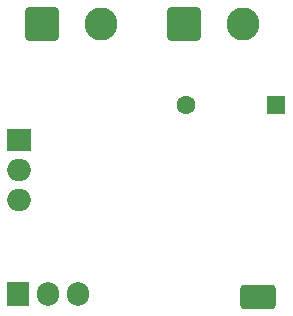
<source format=gbr>
%TF.GenerationSoftware,KiCad,Pcbnew,9.0.6*%
%TF.CreationDate,2025-12-23T21:48:00+05:30*%
%TF.ProjectId,CLASS D AMPLIFIER,434c4153-5320-4442-9041-4d504c494649,rev?*%
%TF.SameCoordinates,Original*%
%TF.FileFunction,Soldermask,Bot*%
%TF.FilePolarity,Negative*%
%FSLAX46Y46*%
G04 Gerber Fmt 4.6, Leading zero omitted, Abs format (unit mm)*
G04 Created by KiCad (PCBNEW 9.0.6) date 2025-12-23 21:48:00*
%MOMM*%
%LPD*%
G01*
G04 APERTURE LIST*
G04 Aperture macros list*
%AMRoundRect*
0 Rectangle with rounded corners*
0 $1 Rounding radius*
0 $2 $3 $4 $5 $6 $7 $8 $9 X,Y pos of 4 corners*
0 Add a 4 corners polygon primitive as box body*
4,1,4,$2,$3,$4,$5,$6,$7,$8,$9,$2,$3,0*
0 Add four circle primitives for the rounded corners*
1,1,$1+$1,$2,$3*
1,1,$1+$1,$4,$5*
1,1,$1+$1,$6,$7*
1,1,$1+$1,$8,$9*
0 Add four rect primitives between the rounded corners*
20,1,$1+$1,$2,$3,$4,$5,0*
20,1,$1+$1,$4,$5,$6,$7,0*
20,1,$1+$1,$6,$7,$8,$9,0*
20,1,$1+$1,$8,$9,$2,$3,0*%
G04 Aperture macros list end*
%ADD10R,1.905000X2.000000*%
%ADD11O,1.905000X2.000000*%
%ADD12R,2.000000X1.905000*%
%ADD13O,2.000000X1.905000*%
%ADD14RoundRect,0.250000X-1.250000X0.750000X-1.250000X-0.750000X1.250000X-0.750000X1.250000X0.750000X0*%
%ADD15RoundRect,0.250001X-1.149999X-1.149999X1.149999X-1.149999X1.149999X1.149999X-1.149999X1.149999X0*%
%ADD16C,2.800000*%
%ADD17RoundRect,0.250000X0.550000X0.550000X-0.550000X0.550000X-0.550000X-0.550000X0.550000X-0.550000X0*%
%ADD18C,1.600000*%
G04 APERTURE END LIST*
D10*
%TO.C,Q2*%
X103460000Y-80950000D03*
D11*
X106000000Y-80950000D03*
X108540000Y-80950000D03*
%TD*%
D12*
%TO.C,Q1*%
X103500000Y-67920000D03*
D13*
X103500000Y-70460000D03*
X103500000Y-73000000D03*
%TD*%
D14*
%TO.C,J3*%
X123782500Y-81200000D03*
%TD*%
D15*
%TO.C,J2*%
X117500000Y-58117500D03*
D16*
X122500000Y-58117500D03*
%TD*%
D15*
%TO.C,J1*%
X105500000Y-58117500D03*
D16*
X110500000Y-58117500D03*
%TD*%
D17*
%TO.C,D1*%
X125310000Y-65000000D03*
D18*
X117690000Y-65000000D03*
%TD*%
M02*

</source>
